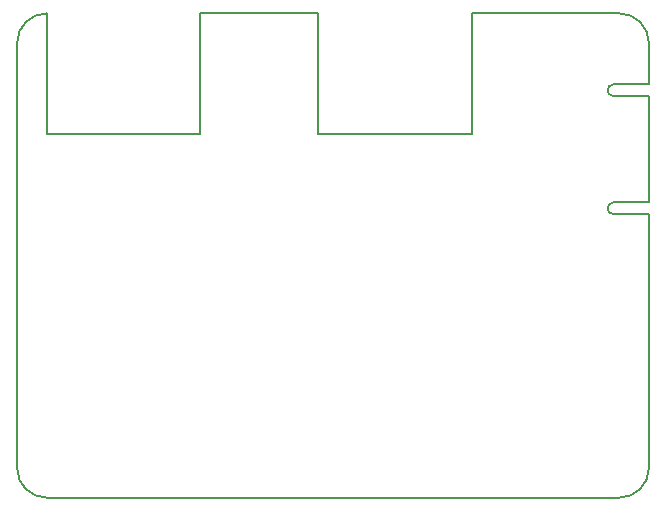
<source format=gko>
G04*
G04 #@! TF.GenerationSoftware,Altium Limited,Altium Designer,22.7.1 (60)*
G04*
G04 Layer_Color=16711935*
%FSLAX44Y44*%
%MOMM*%
G71*
G04*
G04 #@! TF.SameCoordinates,DE4C8CE6-A766-4DDB-9AE5-6163675FD0FB*
G04*
G04*
G04 #@! TF.FilePolarity,Positive*
G04*
G01*
G75*
%ADD13C,0.2000*%
D13*
X0Y25000D02*
G03*
X25000Y0I25000J0D01*
G01*
X510000D02*
G03*
X535000Y25000I0J25000D01*
G01*
X505000Y250000D02*
G03*
X505000Y240000I0J-5000D01*
G01*
Y350000D02*
G03*
X505000Y340000I0J-5000D01*
G01*
X535000Y385000D02*
G03*
X510000Y410000I-25000J0D01*
G01*
X25000D02*
G03*
X0Y385000I0J-25000D01*
G01*
X535000Y25000D02*
Y240000D01*
X505000Y240000D02*
X535000D01*
X100000Y0D02*
X510000D01*
X25000D02*
X100000D01*
X505000Y250000D02*
X530000D01*
X535000D01*
Y340000D01*
X505000D02*
X535000D01*
X505000Y350000D02*
X535000D01*
Y385000D01*
X385000Y410000D02*
X510000D01*
X385000Y307500D02*
Y410000D01*
X255000Y307500D02*
X385000D01*
X255000D02*
Y410000D01*
X155000D02*
X255000D01*
X155000Y307500D02*
Y410000D01*
X25000Y307500D02*
X155000D01*
X25000D02*
Y410000D01*
X-0Y25000D02*
X0Y385000D01*
M02*

</source>
